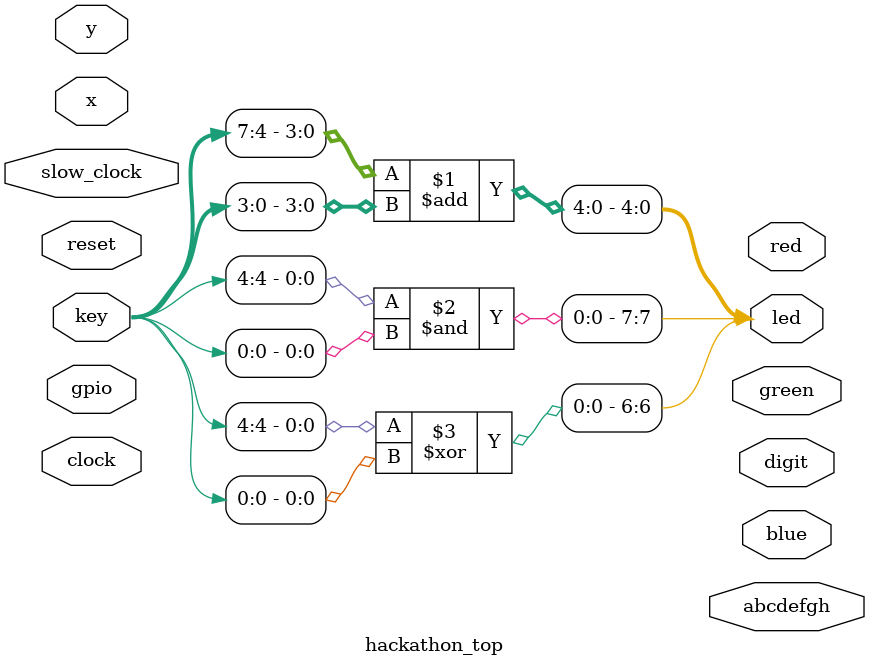
<source format=sv>

module hackathon_top
(
    input  logic       clock,
    input  logic       slow_clock,
    input  logic       reset,

    input  logic [7:0] key,
    output logic [7:0] led,

    // A dynamic seven-segment display

    output logic [7:0] abcdefgh,
    output logic [7:0] digit,

    // LCD screen interface

    input  logic [8:0] x,
    input  logic [8:0] y,

    output logic [4:0] red,
    output logic [5:0] green,
    output logic [4:0] blue,

    inout  logic [2:0] gpio
);

    // Adding two 4-bit numbers results in 5-bit number
    //
    //      1010
    //    + 1011
    //    ------
    //     10100  5-bit number because of carry
    //
    //     led [4:0] means { led [4], led [3], led [2], led [1], led [0] }
    //     This construct is called a "bit slice".

    assign led [4:0] = key [7:4] + key [3:0];

    // Doing arithmetics using logical operations
    //
    //    0      0      1      1   key [4]
    //  + 0    + 1    + 0    + 1   key [0]
    //  ---    ---    ---    ---
    //    0      1      1     10
    //                        ||
    //                        |+-- led [6]
    //                        +--- led [7]
    //
    // https://es.wikipedia.org/wiki/Sistema_binario

    // Exercise: Check that the following code
    // is the same as:
    //
    // assign led [7:6] = key [4] + key [0];

    // START_SOLUTION

    assign led [7] = key [4] & key [0];
    assign led [6] = key [4] ^ key [0];

    // END_SOLUTION

endmodule

</source>
